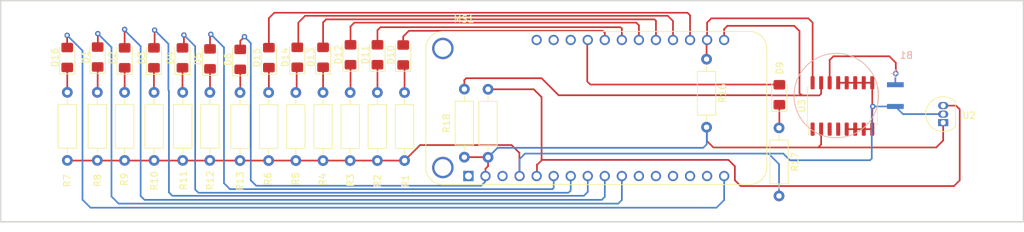
<source format=kicad_pcb>
(kicad_pcb (version 20221018) (generator pcbnew)
  (layers (0 "F.Cu" signal) (31 "B.Cu" signal) (34 "B.Paste" user) (35 "F.Paste" user) (36 "B.SilkS" user "B.Silkscreen") (37 "F.SilkS" user "F.Silkscreen") (38 "B.Mask" user) (39 "F.Mask" user) (44 "Edge.Cuts" user))
  (net 0 "")
  (net 1 "Net-(D1-K)")
  (net 2 "Net-(D1-A)")
  (net 3 "Net-(D2-K)")
  (net 4 "Net-(D2-A)")
  (net 5 "Net-(D3-K)")
  (net 6 "Net-(D3-A)")
  (net 7 "Net-(D4-K)")
  (net 8 "Net-(D4-A)")
  (net 9 "Net-(D5-K)")
  (net 10 "Net-(D5-A)")
  (net 11 "Net-(D6-K)")
  (net 12 "Net-(D6-A)")
  (net 13 "Net-(D9-K)")
  (net 14 "Net-(D9-A)")
  (net 15 "Net-(D10-K)")
  (net 16 "Net-(D10-A)")
  (net 17 "Net-(D11-K)")
  (net 18 "Net-(D11-A)")
  (net 19 "Net-(D12-K)")
  (net 20 "Net-(D12-A)")
  (net 21 "Net-(D13-K)")
  (net 22 "Net-(D13-A)")
  (net 23 "Net-(D14-K)")
  (net 24 "Net-(D14-A)")
  (net 25 "Net-(D15-K)")
  (net 26 "Net-(D15-A)")
  (net 27 "Net-(D16-K)")
  (net 28 "Net-(D16-A)")
  (net 31 "Net-(MS1-A0)")
  (net 37 "Net-(MS1-SDA)")
  (net 38 "Net-(MS1-SCL)")
  (net 44 "Net-(U3-VBAT)")
  (net 46 "Net-(MS1-GND)")
  (footprint "Resistor_THT:R_Axial_DIN0207_L6.3mm_D2.5mm_P10.16mm_Horizontal" (layer "F.Cu") (at 130.0288 83.566 -90)
    (fp_text reference "R1" (at 13.208 -0.1208 90) (layer "F.SilkS"))
    (fp_text value "330R")
    (pad "1" thru_hole circle (at 0 0 270) (size 1.6 1.6) (drill 0.8) (layers "*.Cu" "*.Mask") (net 15 "Net-(D10-K)"))
    (pad "2" thru_hole oval (at 10.16 0 270) (size 1.6 1.6) (drill 0.8) (layers "*.Cu" "*.Mask") (net 46 "Net-(MS1-GND)"))
  )
  (footprint "LED_SMD:LED_1206_3216Metric_Pad1.42x1.75mm_HandSolder" (layer "F.Cu") (at 79.7674 78.3336 90)
    (fp_text reference "D16" (at 0 -1.82 90) (layer "F.SilkS"))
    (fp_text value "LED_Small")
    (pad "1" smd roundrect (at -1.4875 0 90) (size 1.425 1.75) (layers "F.Cu" "F.Paste" "F.Mask") (roundrect_rratio 0.1754392982) (net 27 "Net-(D16-K)"))
    (pad "2" smd roundrect (at 1.4875 0 90) (size 1.425 1.75) (layers "F.Cu" "F.Paste" "F.Mask") (roundrect_rratio 0.1754392982) (net 28 "Net-(D16-A)"))
  )
  (footprint "Resistor_THT:R_Axial_DIN0207_L6.3mm_D2.5mm_P10.16mm_Horizontal" (layer "F.Cu") (at 142.4686 93.2434 90)
    (fp_text reference "R14" hide)
    (fp_text value "10K")
    (pad "1" thru_hole circle (at 0 0 90) (size 1.6 1.6) (drill 0.8) (layers "*.Cu" "*.Mask") (net 12 "Net-(D6-A)"))
    (pad "2" thru_hole oval (at 10.16 0 90) (size 1.6 1.6) (drill 0.8) (layers "*.Cu" "*.Mask") (net 31 "Net-(MS1-A0)"))
  )
  (footprint "LED_SMD:LED_1206_3216Metric_Pad1.42x1.75mm_HandSolder" (layer "F.Cu") (at 92.6882 78.3844 90)
    (fp_text reference "D3" (at 0 -1.82 90) (layer "F.SilkS"))
    (fp_text value "LED_Small")
    (pad "1" smd roundrect (at -1.4875 0 90) (size 1.425 1.75) (layers "F.Cu" "F.Paste" "F.Mask") (roundrect_rratio 0.1754392982) (net 5 "Net-(D3-K)"))
    (pad "2" smd roundrect (at 1.4875 0 90) (size 1.425 1.75) (layers "F.Cu" "F.Paste" "F.Mask") (roundrect_rratio 0.1754392982) (net 6 "Net-(D3-A)"))
  )
  (footprint "Resistor_THT:R_Axial_DIN0207_L6.3mm_D2.5mm_P10.16mm_Horizontal" (layer "F.Cu") (at 109.7788 83.566 -90)
    (fp_text reference "R6" (at 12.8778 0.1016 90) (layer "F.SilkS"))
    (fp_text value "330R")
    (pad "1" thru_hole circle (at 0 0 270) (size 1.6 1.6) (drill 0.8) (layers "*.Cu" "*.Mask") (net 25 "Net-(D15-K)"))
    (pad "2" thru_hole oval (at 10.16 0 270) (size 1.6 1.6) (drill 0.8) (layers "*.Cu" "*.Mask") (net 46 "Net-(MS1-GND)"))
  )
  (footprint "Resistor_THT:R_Axial_DIN0207_L6.3mm_D2.5mm_P10.16mm_Horizontal" (layer "F.Cu") (at 138.938 83.058 -90)
    (fp_text reference "R18" (at 5.1054 2.667 90) (layer "F.SilkS"))
    (fp_text value "10k")
    (pad "1" thru_hole circle (at 0 0 270) (size 1.6 1.6) (drill 0.8) (layers "*.Cu" "*.Mask") (net 37 "Net-(MS1-SDA)"))
    (pad "2" thru_hole oval (at 10.16 0 270) (size 1.6 1.6) (drill 0.8) (layers "*.Cu" "*.Mask") (net 12 "Net-(D6-A)"))
  )
  (footprint "LED_SMD:LED_1206_3216Metric_Pad1.42x1.75mm_HandSolder" (layer "F.Cu") (at 88.3246 78.3844 90)
    (fp_text reference "D2" (at 0 -1.82 90) (layer "F.SilkS"))
    (fp_text value "LED_Small")
    (pad "1" smd roundrect (at -1.4875 0 90) (size 1.425 1.75) (layers "F.Cu" "F.Paste" "F.Mask") (roundrect_rratio 0.1754392982) (net 3 "Net-(D2-K)"))
    (pad "2" smd roundrect (at 1.4875 0 90) (size 1.425 1.75) (layers "F.Cu" "F.Paste" "F.Mask") (roundrect_rratio 0.1754392982) (net 4 "Net-(D2-A)"))
  )
  (footprint "Resistor_THT:R_Axial_DIN0207_L6.3mm_D2.5mm_P10.16mm_Horizontal" (layer "F.Cu") (at 92.71 83.5406 -90)
    (fp_text reference "R10" (at 13.208 -0.0254 90) (layer "F.SilkS"))
    (fp_text value "330R")
    (pad "1" thru_hole circle (at 0 0 270) (size 1.6 1.6) (drill 0.8) (layers "*.Cu" "*.Mask") (net 5 "Net-(D3-K)"))
    (pad "2" thru_hole oval (at 10.16 0 270) (size 1.6 1.6) (drill 0.8) (layers "*.Cu" "*.Mask") (net 46 "Net-(MS1-GND)"))
  )
  (footprint "Package_TO_SOT_THT:TO-92_Inline" (layer "F.Cu") (at 210.2866 88.0618 90)
    (fp_text reference "U2" (at 1.0668 3.8608 180) (layer "F.SilkS"))
    (fp_text value "DRV5033AJxLPG")
    (pad "1" thru_hole rect (at 0 0 90) (size 1.05 1.5) (drill 0.75) (layers "*.Cu" "*.Mask") (net 12 "Net-(D6-A)"))
    (pad "2" thru_hole oval (at 1.27 0 90) (size 1.05 1.5) (drill 0.75) (layers "*.Cu" "*.Mask") (net 46 "Net-(MS1-GND)"))
    (pad "3" thru_hole oval (at 2.54 0 90) (size 1.05 1.5) (drill 0.75) (layers "*.Cu" "*.Mask") (net 31 "Net-(MS1-A0)"))
  )
  (footprint "LED_SMD:LED_1206_3216Metric_Pad1.42x1.75mm_HandSolder" (layer "F.Cu") (at 125.9928 77.9272 90)
    (fp_text reference "D11" (at 0 -1.82 90) (layer "F.SilkS"))
    (fp_text value "LED_Small")
    (pad "1" smd roundrect (at -1.4875 0 90) (size 1.425 1.75) (layers "F.Cu" "F.Paste" "F.Mask") (roundrect_rratio 0.1754392982) (net 17 "Net-(D11-K)"))
    (pad "2" smd roundrect (at 1.4875 0 90) (size 1.425 1.75) (layers "F.Cu" "F.Paste" "F.Mask") (roundrect_rratio 0.1754392982) (net 18 "Net-(D11-A)"))
  )
  (footprint "LED_SMD:LED_1206_3216Metric_Pad1.42x1.75mm_HandSolder" (layer "F.Cu") (at 109.813 78.359 90)
    (fp_text reference "D15" (at 0 -1.82 90) (layer "F.SilkS"))
    (fp_text value "LED_Small")
    (pad "1" smd roundrect (at -1.4875 0 90) (size 1.425 1.75) (layers "F.Cu" "F.Paste" "F.Mask") (roundrect_rratio 0.1754392982) (net 25 "Net-(D15-K)"))
    (pad "2" smd roundrect (at 1.4875 0 90) (size 1.425 1.75) (layers "F.Cu" "F.Paste" "F.Mask") (roundrect_rratio 0.1754392982) (net 26 "Net-(D15-A)"))
  )
  (footprint "LED_SMD:LED_1206_3216Metric_Pad1.42x1.75mm_HandSolder" (layer "F.Cu") (at 114.046 78.3082 90)
    (fp_text reference "D14" (at 0 -1.82 90) (layer "F.SilkS"))
    (fp_text value "LED_Small")
    (pad "1" smd roundrect (at -1.4875 0 90) (size 1.425 1.75) (layers "F.Cu" "F.Paste" "F.Mask") (roundrect_rratio 0.1754392982) (net 23 "Net-(D14-K)"))
    (pad "2" smd roundrect (at 1.4875 0 90) (size 1.425 1.75) (layers "F.Cu" "F.Paste" "F.Mask") (roundrect_rratio 0.1754392982) (net 24 "Net-(D14-A)"))
  )
  (footprint "LED_SMD:LED_1206_3216Metric_Pad1.42x1.75mm_HandSolder" (layer "F.Cu") (at 117.8902 78.3082 90)
    (fp_text reference "D13" (at 0 -1.82 90) (layer "F.SilkS"))
    (fp_text value "LED_Small")
    (pad "1" smd roundrect (at -1.4875 0 90) (size 1.425 1.75) (layers "F.Cu" "F.Paste" "F.Mask") (roundrect_rratio 0.1754392982) (net 21 "Net-(D13-K)"))
    (pad "2" smd roundrect (at 1.4875 0 90) (size 1.425 1.75) (layers "F.Cu" "F.Paste" "F.Mask") (roundrect_rratio 0.1754392982) (net 22 "Net-(D13-A)"))
  )
  (footprint "LED_SMD:LED_1206_3216Metric_Pad1.42x1.75mm_HandSolder" (layer "F.Cu") (at 84.3 78.2574 90)
    (fp_text reference "D1" (at 0 -1.82 90) (layer "F.SilkS"))
    (fp_text value "LED_Small")
    (pad "1" smd roundrect (at -1.4875 0 90) (size 1.425 1.75) (layers "F.Cu" "F.Paste" "F.Mask") (roundrect_rratio 0.1754392982) (net 1 "Net-(D1-K)"))
    (pad "2" smd roundrect (at 1.4875 0 90) (size 1.425 1.75) (layers "F.Cu" "F.Paste" "F.Mask") (roundrect_rratio 0.1754392982) (net 2 "Net-(D1-A)"))
  )
  (footprint "Resistor_THT:R_Axial_DIN0207_L6.3mm_D2.5mm_P10.16mm_Horizontal" (layer "F.Cu") (at 113.8288 83.566 -90)
    (fp_text reference "R5" (at 12.8778 0.0114 90) (layer "F.SilkS"))
    (fp_text value "330R")
    (pad "1" thru_hole circle (at 0 0 270) (size 1.6 1.6) (drill 0.8) (layers "*.Cu" "*.Mask") (net 23 "Net-(D14-K)"))
    (pad "2" thru_hole oval (at 10.16 0 270) (size 1.6 1.6) (drill 0.8) (layers "*.Cu" "*.Mask") (net 46 "Net-(MS1-GND)"))
  )
  (footprint "Resistor_THT:R_Axial_DIN0207_L6.3mm_D2.5mm_P10.16mm_Horizontal" (layer "F.Cu") (at 84.2518 83.5406 -90)
    (fp_text reference "R8" (at 13.1572 -0.0254 90) (layer "F.SilkS"))
    (fp_text value "330R")
    (pad "1" thru_hole circle (at 0 0 270) (size 1.6 1.6) (drill 0.8) (layers "*.Cu" "*.Mask") (net 1 "Net-(D1-K)"))
    (pad "2" thru_hole oval (at 10.16 0 270) (size 1.6 1.6) (drill 0.8) (layers "*.Cu" "*.Mask") (net 46 "Net-(MS1-GND)"))
  )
  (footprint "LED_SMD:LED_1206_3216Metric_Pad1.42x1.75mm_HandSolder" (layer "F.Cu") (at 96.9414 78.3844 90)
    (fp_text reference "D4" (at 0 -1.82 90) (layer "F.SilkS"))
    (fp_text value "LED_Small")
    (pad "1" smd roundrect (at -1.4875 0 90) (size 1.425 1.75) (layers "F.Cu" "F.Paste" "F.Mask") (roundrect_rratio 0.1754392982) (net 7 "Net-(D4-K)"))
    (pad "2" smd roundrect (at 1.4875 0 90) (size 1.425 1.75) (layers "F.Cu" "F.Paste" "F.Mask") (roundrect_rratio 0.1754392982) (net 8 "Net-(D4-A)"))
  )
  (footprint "Resistor_THT:R_Axial_DIN0207_L6.3mm_D2.5mm_P10.16mm_Horizontal" (layer "F.Cu") (at 79.7814 83.5406 -90)
    (fp_text reference "R7" (at 13.208 0.0254 90) (layer "F.SilkS"))
    (fp_text value "330R")
    (pad "1" thru_hole circle (at 0 0 270) (size 1.6 1.6) (drill 0.8) (layers "*.Cu" "*.Mask") (net 27 "Net-(D16-K)"))
    (pad "2" thru_hole oval (at 10.16 0 270) (size 1.6 1.6) (drill 0.8) (layers "*.Cu" "*.Mask") (net 46 "Net-(MS1-GND)"))
  )
  (footprint "Resistor_THT:R_Axial_DIN0207_L6.3mm_D2.5mm_P10.16mm_Horizontal" (layer "F.Cu") (at 185.8264 88.8492 -90)
    (fp_text reference "R17" (at 5.08 -2.37 90) (layer "F.SilkS"))
    (fp_text value "330R")
    (pad "1" thru_hole circle (at 0 0 270) (size 1.6 1.6) (drill 0.8) (layers "*.Cu" "*.Mask") (net 13 "Net-(D9-K)"))
    (pad "2" thru_hole oval (at 10.16 0 270) (size 1.6 1.6) (drill 0.8) (layers "*.Cu" "*.Mask") (net 46 "Net-(MS1-GND)"))
  )
  (footprint "Resistor_THT:R_Axial_DIN0207_L6.3mm_D2.5mm_P10.16mm_Horizontal" (layer "F.Cu") (at 101.0158 83.5406 -90)
    (fp_text reference "R12" (at 13.1572 -0.0508 90) (layer "F.SilkS"))
    (fp_text value "330R")
    (pad "1" thru_hole circle (at 0 0 270) (size 1.6 1.6) (drill 0.8) (layers "*.Cu" "*.Mask") (net 9 "Net-(D5-K)"))
    (pad "2" thru_hole oval (at 10.16 0 270) (size 1.6 1.6) (drill 0.8) (layers "*.Cu" "*.Mask") (net 46 "Net-(MS1-GND)"))
  )
  (footprint "Resistor_THT:R_Axial_DIN0207_L6.3mm_D2.5mm_P10.16mm_Horizontal" (layer "F.Cu") (at 105.5116 83.566 -90)
    (fp_text reference "R13" (at 13.2334 0 90) (layer "F.SilkS"))
    (fp_text value "2K2")
    (pad "1" thru_hole circle (at 0 0 270) (size 1.6 1.6) (drill 0.8) (layers "*.Cu" "*.Mask") (net 11 "Net-(D6-K)"))
    (pad "2" thru_hole oval (at 10.16 0 270) (size 1.6 1.6) (drill 0.8) (layers "*.Cu" "*.Mask") (net 46 "Net-(MS1-GND)"))
  )
  (footprint "LED_SMD:LED_1206_3216Metric_Pad1.42x1.75mm_HandSolder" (layer "F.Cu") (at 129.8282 77.9526 90)
    (fp_text reference "D10" (at 0 -1.82 90) (layer "F.SilkS"))
    (fp_text value "LED_Small")
    (pad "1" smd roundrect (at -1.4875 0 90) (size 1.425 1.75) (layers "F.Cu" "F.Paste" "F.Mask") (roundrect_rratio 0.1754392982) (net 15 "Net-(D10-K)"))
    (pad "2" smd roundrect (at 1.4875 0 90) (size 1.425 1.75) (layers "F.Cu" "F.Paste" "F.Mask") (roundrect_rratio 0.1754392982) (net 16 "Net-(D10-A)"))
  )
  (footprint "Package_SO:SO-16_5.3x10.2mm_P1.27mm" (layer "F.Cu") (at 195.2752 85.5726 90)
    (fp_text reference "U3" (at 0 -6.05 90) (layer "F.SilkS"))
    (fp_text value "DS3231")
    (pad "1" smd roundrect (at -3.4625 -4.445 90) (size 1.975 0.6) (layers "F.Cu" "F.Paste" "F.Mask"))
    (pad "2" smd roundrect (at -3.4625 -3.175 90) (size 1.975 0.6) (layers "F.Cu" "F.Paste" "F.Mask") (net 12 "Net-(D6-A)"))
    (pad "3" smd roundrect (at -3.4625 -1.905 90) (size 1.975 0.6) (layers "F.Cu" "F.Paste" "F.Mask"))
    (pad "4" smd roundrect (at -3.4625 -0.635 90) (size 1.975 0.6) (layers "F.Cu" "F.Paste" "F.Mask"))
    (pad "5" smd roundrect (at -3.4625 0.635 90) (size 1.975 0.6) (layers "F.Cu" "F.Paste" "F.Mask") (net 46 "Net-(MS1-GND)"))
    (pad "6" smd roundrect (at -3.4625 1.905 90) (size 1.975 0.6) (layers "F.Cu" "F.Paste" "F.Mask") (net 46 "Net-(MS1-GND)"))
    (pad "7" smd roundrect (at -3.4625 3.175 90) (size 1.975 0.6) (layers "F.Cu" "F.Paste" "F.Mask") (net 46 "Net-(MS1-GND)"))
    (pad "8" smd roundrect (at -3.4625 4.445 90) (size 1.975 0.6) (layers "F.Cu" "F.Paste" "F.Mask") (net 46 "Net-(MS1-GND)"))
    (pad "9" smd roundrect (at 3.4625 4.445 90) (size 1.975 0.6) (layers "F.Cu" "F.Paste" "F.Mask") (net 46 "Net-(MS1-GND)"))
    (pad "10" smd roundrect (at 3.4625 3.175 90) (size 1.975 0.6) (layers "F.Cu" "F.Paste" "F.Mask") (net 46 "Net-(MS1-GND)"))
    (pad "11" smd roundrect (at 3.4625 1.905 90) (size 1.975 0.6) (layers "F.Cu" "F.Paste" "F.Mask") (net 46 "Net-(MS1-GND)"))
    (pad "12" smd roundrect (at 3.4625 0.635 90) (size 1.975 0.6) (layers "F.Cu" "F.Paste" "F.Mask") (net 46 "Net-(MS1-GND)"))
    (pad "13" smd roundrect (at 3.4625 -0.635 90) (size 1.975 0.6) (layers "F.Cu" "F.Paste" "F.Mask") (net 46 "Net-(MS1-GND)"))
    (pad "14" smd roundrect (at 3.4625 -1.905 90) (size 1.975 0.6) (layers "F.Cu" "F.Paste" "F.Mask") (net 44 "Net-(U3-VBAT)"))
    (pad "15" smd roundrect (at 3.4625 -3.175 90) (size 1.975 0.6) (layers "F.Cu" "F.Paste" "F.Mask") (net 37 "Net-(MS1-SDA)"))
    (pad "16" smd roundrect (at 3.4625 -4.445 90) (size 1.975 0.6) (layers "F.Cu" "F.Paste" "F.Mask") (net 38 "Net-(MS1-SCL)"))
  )
  (footprint "AndriaSalas_LobsterHeartBeat:MODULE_FEATHER_M0_BASIC_PROTO" (layer "F.Cu") (at 158.5976 85.8774)
    (fp_text reference "MS1" (at -19.725 -13.275) (layer "F.SilkS"))
    (fp_text value "FEATHERWING")
    (pad "" np_thru_hole circle (at 22.86 -8.89) (size 2.54 2.54) (drill 2.54) (layers "*.Cu" "*.Mask"))
    (pad "" np_thru_hole circle (at 22.86 8.89) (size 2.54 2.54) (drill 2.54) (layers "*.Cu" "*.Mask"))
    (pad "1" thru_hole rect (at -19.05 10.16) (size 1.53 1.53) (drill 1.02) (layers "*.Cu" "*.Mask"))
    (pad "2" thru_hole circle (at -16.51 10.16) (size 1.53 1.53) (drill 1.02) (layers "*.Cu" "*.Mask") (net 12 "Net-(D6-A)"))
    (pad "3" thru_hole circle (at -13.97 10.16) (size 1.53 1.53) (drill 1.02) (layers "*.Cu" "*.Mask"))
    (pad "4" thru_hole circle (at -11.43 10.16) (size 1.53 1.53) (drill 1.02) (layers "*.Cu" "*.Mask") (net 46 "Net-(MS1-GND)"))
    (pad "5" thru_hole circle (at -8.89 10.16) (size 1.53 1.53) (drill 1.02) (layers "*.Cu" "*.Mask") (net 31 "Net-(MS1-A0)"))
    (pad "6" thru_hole circle (at -6.35 10.16) (size 1.53 1.53) (drill 1.02) (layers "*.Cu" "*.Mask") (net 10 "Net-(D5-A)"))
    (pad "7" thru_hole circle (at -3.81 10.16) (size 1.53 1.53) (drill 1.02) (layers "*.Cu" "*.Mask") (net 8 "Net-(D4-A)"))
    (pad "8" thru_hole circle (at -1.27 10.16) (size 1.53 1.53) (drill 1.02) (layers "*.Cu" "*.Mask") (net 6 "Net-(D3-A)"))
    (pad "9" thru_hole circle (at 1.27 10.16) (size 1.53 1.53) (drill 1.02) (layers "*.Cu" "*.Mask") (net 4 "Net-(D2-A)"))
    (pad "10" thru_hole circle (at 3.81 10.16) (size 1.53 1.53) (drill 1.02) (layers "*.Cu" "*.Mask") (net 2 "Net-(D1-A)"))
    (pad "11" thru_hole circle (at 6.35 10.16) (size 1.53 1.53) (drill 1.02) (layers "*.Cu" "*.Mask"))
    (pad "12" thru_hole circle (at 8.89 10.16) (size 1.53 1.53) (drill 1.02) (layers "*.Cu" "*.Mask"))
    (pad "13" thru_hole circle (at 11.43 10.16) (size 1.53 1.53) (drill 1.02) (layers "*.Cu" "*.Mask"))
    (pad "14" thru_hole circle (at 13.97 10.16) (size 1.53 1.53) (drill 1.02) (layers "*.Cu" "*.Mask"))
    (pad "15" thru_hole circle (at 16.51 10.16) (size 1.53 1.53) (drill 1.02) (layers "*.Cu" "*.Mask"))
    (pad "16" thru_hole circle (at 19.05 10.16) (size 1.53 1.53) (drill 1.02) (layers "*.Cu" "*.Mask") (net 28 "Net-(D16-A)"))
    (pad "17" thru_hole circle (at 19.05 -10.16) (size 1.53 1.53) (drill 1.02) (layers "*.Cu" "*.Mask") (net 37 "Net-(MS1-SDA)"))
    (pad "18" thru_hole circle (at 16.51 -10.16) (size 1.53 1.53) (drill 1.02) (layers "*.Cu" "*.Mask") (net 38 "Net-(MS1-SCL)"))
    (pad "19" thru_hole circle (at 13.97 -10.16) (size 1.53 1.53) (drill 1.02) (layers "*.Cu" "*.Mask") (net 26 "Net-(D15-A)"))
    (pad "20" thru_hole circle (at 11.43 -10.16) (size 1.53 1.53) (drill 1.02) (layers "*.Cu" "*.Mask") (net 24 "Net-(D14-A)"))
    (pad "21" thru_hole circle (at 8.89 -10.16) (size 1.53 1.53) (drill 1.02) (layers "*.Cu" "*.Mask") (net 22 "Net-(D13-A)"))
    (pad "22" thru_hole circle (at 6.35 -10.16) (size 1.53 1.53) (drill 1.02) (layers "*.Cu" "*.Mask") (net 20 "Net-(D12-A)"))
    (pad "23" thru_hole circle (at 3.81 -10.16) (size 1.53 1.53) (drill 1.02) (layers "*.Cu" "*.Mask") (net 18 "Net-(D11-A)"))
    (pad "24" thru_hole circle (at 1.27 -10.16) (size 1.53 1.53) (drill 1.02) (layers "*.Cu" "*.Mask") (net 16 "Net-(D10-A)"))
    (pad "25" thru_hole circle (at -1.27 -10.16) (size 1.53 1.53) (drill 1.02) (layers "*.Cu" "*.Mask") (net 14 "Net-(D9-A)"))
    (pad "26" thru_hole circle (at -3.81 -10.16) (size 1.53 1.53) (drill 1.02) (layers "*.Cu" "*.Mask"))
    (pad "27" thru_hole circle (at -6.35 -10.16) (size 1.53 1.53) (drill 1.02) (layers "*.Cu" "*.Mask"))
    (pad "28" thru_hole circle (at -8.89 -10.16) (size 1.53 1.53) (drill 1.02) (layers "*.Cu" "*.Mask"))
    (pad "P$1" thru_hole circle (at -22.86 -8.89) (size 3.2 3.2) (drill 2.5) (layers "*.Cu" "*.Mask"))
    (pad "P$2" thru_hole circle (at -22.86 8.89) (size 3.2 3.2) (drill 2.5) (layers "*.Cu" "*.Mask"))
  )
  (footprint "Resistor_THT:R_Axial_DIN0207_L6.3mm_D2.5mm_P10.16mm_Horizontal" (layer "F.Cu") (at 96.9772 83.5406 -90)
    (fp_text reference "R11" (at 13.1318 -0.1016 90) (layer "F.SilkS"))
    (fp_text value "330R")
    (pad "1" thru_hole circle (at 0 0 270) (size 1.6 1.6) (drill 0.8) (layers "*.Cu" "*.Mask") (net 7 "Net-(D4-K)"))
    (pad "2" thru_hole oval (at 10.16 0 270) (size 1.6 1.6) (drill 0.8) (layers "*.Cu" "*.Mask") (net 46 "Net-(MS1-GND)"))
  )
  (footprint "LED_SMD:LED_1206_3216Metric_Pad1.42x1.75mm_HandSolder" (layer "F.Cu") (at 105.5494 78.613 90)
    (fp_text reference "D6" (at 0 -1.82 90) (layer "F.SilkS"))
    (fp_text value "BLUE")
    (pad "1" smd roundrect (at -1.4875 0 90) (size 1.425 1.75) (layers "F.Cu" "F.Paste" "F.Mask") (roundrect_rratio 0.1754392982) (net 11 "Net-(D6-K)"))
    (pad "2" smd roundrect (at 1.4875 0 90) (size 1.425 1.75) (layers "F.Cu" "F.Paste" "F.Mask") (roundrect_rratio 0.1754392982) (net 12 "Net-(D6-A)"))
  )
  (footprint "Resistor_THT:R_Axial_DIN0207_L6.3mm_D2.5mm_P10.16mm_Horizontal" (layer "F.Cu") (at 117.8788 83.566 -90)
    (fp_text reference "R4" (at 12.9794 0.0482 90) (layer "F.SilkS"))
    (fp_text value "330R")
    (pad "1" thru_hole circle (at 0 0 270) (size 1.6 1.6) (drill 0.8) (layers "*.Cu" "*.Mask") (net 21 "Net-(D13-K)"))
    (pad "2" thru_hole oval (at 10.16 0 270) (size 1.6 1.6) (drill 0.8) (layers "*.Cu" "*.Mask") (net 46 "Net-(MS1-GND)"))
  )
  (footprint "LED_SMD:LED_1206_3216Metric_Pad1.42x1.75mm_HandSolder" (layer "F.Cu") (at 185.8772 83.8962 90)
    (fp_text reference "D9" (at 3.9878 0.0508 90) (layer "F.SilkS"))
    (fp_text value "LED_Small")
    (pad "1" smd roundrect (at -1.4875 0 90) (size 1.425 1.75) (layers "F.Cu" "F.Paste" "F.Mask") (roundrect_rratio 0.1754392982) (net 13 "Net-(D9-K)"))
    (pad "2" smd roundrect (at 1.4875 0 90) (size 1.425 1.75) (layers "F.Cu" "F.Paste" "F.Mask") (roundrect_rratio 0.1754392982) (net 14 "Net-(D9-A)"))
  )
  (footprint "LED_SMD:LED_1206_3216Metric_Pad1.42x1.75mm_HandSolder" (layer "F.Cu") (at 101.0422 78.5368 90)
    (fp_text reference "D5" (at 0 -1.82 90) (layer "F.SilkS"))
    (fp_text value "GREEN")
    (pad "1" smd roundrect (at -1.4875 0 90) (size 1.425 1.75) (layers "F.Cu" "F.Paste" "F.Mask") (roundrect_rratio 0.1754392982) (net 9 "Net-(D5-K)"))
    (pad "2" smd roundrect (at 1.4875 0 90) (size 1.425 1.75) (layers "F.Cu" "F.Paste" "F.Mask") (roundrect_rratio 0.1754392982) (net 10 "Net-(D5-A)"))
  )
  (footprint "Resistor_THT:R_Axial_DIN0207_L6.3mm_D2.5mm_P10.16mm_Horizontal" (layer "F.Cu") (at 121.9288 83.566 -90)
    (fp_text reference "R3" (at 13.1064 -0.042 90) (layer "F.SilkS"))
    (fp_text value "330R")
    (pad "1" thru_hole circle (at 0 0 270) (size 1.6 1.6) (drill 0.8) (layers "*.Cu" "*.Mask") (net 19 "Net-(D12-K)"))
    (pad "2" thru_hole oval (at 10.16 0 270) (size 1.6 1.6) (drill 0.8) (layers "*.Cu" "*.Mask") (net 46 "Net-(MS1-GND)"))
  )
  (footprint "Resistor_THT:R_Axial_DIN0207_L6.3mm_D2.5mm_P10.16mm_Horizontal" (layer "F.Cu") (at 125.9788 83.566 -90)
    (fp_text reference "R2" (at 13.208 -0.0306 90) (layer "F.SilkS"))
    (fp_text value "330R")
    (pad "1" thru_hole circle (at 0 0 270) (size 1.6 1.6) (drill 0.8) (layers "*.Cu" "*.Mask") (net 17 "Net-(D11-K)"))
    (pad "2" thru_hole oval (at 10.16 0 270) (size 1.6 1.6) (drill 0.8) (layers "*.Cu" "*.Mask") (net 46 "Net-(MS1-GND)"))
  )
  (footprint "LED_SMD:LED_1206_3216Metric_Pad1.42x1.75mm_HandSolder" (layer "F.Cu") (at 121.9796 77.9272 90)
    (fp_text reference "D12" (at 0 -1.82 90) (layer "F.SilkS"))
    (fp_text value "LED_Small")
    (pad "1" smd roundrect (at -1.4875 0 90) (size 1.425 1.75) (layers "F.Cu" "F.Paste" "F.Mask") (roundrect_rratio 0.1754392982) (net 19 "Net-(D12-K)"))
    (pad "2" smd roundrect (at 1.4875 0 90) (size 1.425 1.75) (layers "F.Cu" "F.Paste" "F.Mask") (roundrect_rratio 0.1754392982) (net 20 "Net-(D12-A)"))
  )
  (footprint "Resistor_THT:R_Axial_DIN0207_L6.3mm_D2.5mm_P10.16mm_Horizontal" (layer "F.Cu") (at 88.3158 83.5406 -90)
    (fp_text reference "R9" (at 13.0048 0.0508 90) (layer "F.SilkS"))
    (fp_text value "330R")
    (pad "1" thru_hole circle (at 0 0 270) (size 1.6 1.6) (drill 0.8) (layers "*.Cu" "*.Mask") (net 3 "Net-(D2-K)"))
    (pad "2" thru_hole oval (at 10.16 0 270) (size 1.6 1.6) (drill 0.8) (layers "*.Cu" "*.Mask") (net 46 "Net-(MS1-GND)"))
  )
  (footprint "Resistor_THT:R_Axial_DIN0207_L6.3mm_D2.5mm_P10.16mm_Horizontal" (layer "F.Cu") (at 175.0314 78.5876 -90)
    (fp_text reference "R16" (at 5.08 -2.37 -270) (layer "F.SilkS"))
    (fp_text value "10k")
    (pad "1" thru_hole circle (at 0 0 270) (size 1.6 1.6) (drill 0.8) (layers "*.Cu" "*.Mask") (net 38 "Net-(MS1-SCL)"))
    (pad "2" thru_hole oval (at 10.16 0 270) (size 1.6 1.6) (drill 0.8) (layers "*.Cu" "*.Mask") (net 12 "Net-(D6-A)"))
  )
  (footprint "Adafruit:BAT_CR-1220_FCN" (layer "B.Cu") (at 194.3608 84.0232)
    (fp_text reference "B1" (at 10.4394 -6.0198) (layer "B.SilkS") (effects (justify mirror)))
    (fp_text value "BATTERYCR1220_SMT")
    (pad "+" smd rect (at 8.8 -1.625) (size 2.5 0.75) (layers "B.Cu" "B.Paste" "B.Mask") (net 44 "Net-(U3-VBAT)"))
    (pad "-" smd rect (at 8.8 1.625) (size 2.5 0.75) (layers "B.Cu" "B.Paste" "B.Mask") (net 46 "Net-(MS1-GND)"))
  )
  (gr_rect (start 69.85 69.85) (end 222.25 102.87) (stroke (width 0.2)) (fill none) (layer "Edge.Cuts"))
  (segment (start 84.3 79.7449) (end 84.3 83.4924) (width 0.25) (layer "F.Cu") (net 1))
  (segment (start 84.328 74.7776) (end 84.328 76.7419) (width 0.25) (layer "F.Cu") (net 2))
  (via (at 84.328 74.7776) (size 0.8) (drill 0.4) (layers "F.Cu" "B.Cu") (net 2))
  (segment (start 86.36 76.8096) (end 84.328 74.7776) (width 0.25) (layer "B.Cu") (net 2))
  (segment (start 87.4268 100.1522) (end 86.36 99.0854) (width 0.25) (layer "B.Cu") (net 2))
  (segment (start 86.36 99.0854) (end 86.36 76.8096) (width 0.25) (layer "B.Cu") (net 2))
  (segment (start 162.4076 96.0374) (end 162.4076 99.6188) (width 0.25) (layer "B.Cu") (net 2))
  (segment (start 162.4076 99.6188) (end 161.8742 100.1522) (width 0.25) (layer "B.Cu") (net 2))
  (segment (start 161.8742 100.1522) (end 87.4268 100.1522) (width 0.25) (layer "B.Cu") (net 2))
  (segment (start 88.3246 79.8719) (end 88.3246 83.5318) (width 0.25) (layer "F.Cu") (net 3))
  (segment (start 88.3158 74.1426) (end 88.3158 76.8881) (width 0.25) (layer "F.Cu") (net 4))
  (via (at 88.3158 74.1426) (size 0.8) (drill 0.4) (layers "F.Cu" "B.Cu") (net 4))
  (segment (start 90.7034 99.0092) (end 91.2876 99.5934) (width 0.25) (layer "B.Cu") (net 4))
  (segment (start 159.4104 99.5934) (end 159.8676 99.1362) (width 0.25) (layer "B.Cu") (net 4))
  (segment (start 88.3158 74.2696) (end 90.7034 76.6572) (width 0.25) (layer "B.Cu") (net 4))
  (segment (start 159.8676 99.1362) (end 159.8676 96.0374) (width 0.25) (layer "B.Cu") (net 4))
  (segment (start 91.2876 99.5934) (end 159.4104 99.5934) (width 0.25) (layer "B.Cu") (net 4))
  (segment (start 90.7034 76.6572) (end 90.7034 99.0092) (width 0.25) (layer "B.Cu") (net 4))
  (segment (start 88.3158 74.1426) (end 88.3158 74.2696) (width 0.25) (layer "B.Cu") (net 4))
  (segment (start 92.6882 79.8719) (end 92.6882 83.5188) (width 0.25) (layer "F.Cu") (net 5))
  (segment (start 92.7862 74.2442) (end 92.7862 76.7989) (width 0.25) (layer "F.Cu") (net 6))
  (via (at 92.7862 74.2442) (size 0.8) (drill 0.4) (layers "F.Cu" "B.Cu") (net 6))
  (segment (start 94.9198 98.4758) (end 95.4278 98.9838) (width 0.25) (layer "B.Cu") (net 6))
  (segment (start 92.7862 74.2442) (end 94.8436 76.3016) (width 0.25) (layer "B.Cu") (net 6))
  (segment (start 94.8436 76.3016) (end 94.8436 83.185) (width 0.25) (layer "B.Cu") (net 6))
  (segment (start 157.3276 98.3996) (end 157.3276 96.0374) (width 0.25) (layer "B.Cu") (net 6))
  (segment (start 156.7434 98.9838) (end 157.3276 98.3996) (width 0.25) (layer "B.Cu") (net 6))
  (segment (start 94.8436 83.185) (end 94.9198 83.2612) (width 0.25) (layer "B.Cu") (net 6))
  (segment (start 94.9198 83.2612) (end 94.9198 98.4758) (width 0.25) (layer "B.Cu") (net 6))
  (segment (start 95.4278 98.9838) (end 156.7434 98.9838) (width 0.25) (layer "B.Cu") (net 6))
  (segment (start 96.9414 79.8719) (end 96.9414 83.5048) (width 0.25) (layer "F.Cu") (net 7))
  (segment (start 97.155 74.9808) (end 97.155 76.6833) (width 0.25) (layer "F.Cu") (net 8))
  (via (at 97.155 74.9808) (size 0.8) (drill 0.4) (layers "F.Cu" "B.Cu") (net 8))
  (segment (start 98.8314 76.6572) (end 97.155 74.9808) (width 0.25) (layer "B.Cu") (net 8))
  (segment (start 154.7876 96.0374) (end 154.7876 98.1964) (width 0.25) (layer "B.Cu") (net 8))
  (segment (start 98.8314 98.044) (end 98.8314 76.6572) (width 0.25) (layer "B.Cu") (net 8))
  (segment (start 154.4502 98.5338) (end 99.3212 98.5338) (width 0.25) (layer "B.Cu") (net 8))
  (segment (start 99.3212 98.5338) (end 98.8314 98.044) (width 0.25) (layer "B.Cu") (net 8))
  (segment (start 154.7876 98.1964) (end 154.4502 98.5338) (width 0.25) (layer "B.Cu") (net 8))
  (segment (start 101.0422 80.0243) (end 101.0422 83.5142) (width 0.25) (layer "F.Cu") (net 9))
  (segment (start 101.0422 75.0052) (end 101.0422 77.0493) (width 0.25) (layer "F.Cu") (net 10))
  (segment (start 101.1682 74.8792) (end 101.0422 75.0052) (width 0.25) (layer "F.Cu") (net 10))
  (via (at 101.1682 74.8792) (size 0.8) (drill 0.4) (layers "F.Cu" "B.Cu") (net 10))
  (segment (start 103.124 76.835) (end 101.1682 74.8792) (width 0.25) (layer "B.Cu") (net 10))
  (segment (start 103.124 97.1042) (end 104.013 97.9932) (width 0.25) (layer "B.Cu") (net 10))
  (segment (start 152.2476 97.8154) (end 152.0698 97.9932) (width 0.25) (layer "B.Cu") (net 10))
  (segment (start 103.124 76.835) (end 103.124 97.1042) (width 0.25) (layer "B.Cu") (net 10))
  (segment (start 152.0698 97.9932) (end 104.013 97.9932) (width 0.25) (layer "B.Cu") (net 10))
  (segment (start 152.2476 96.0374) (end 152.2476 97.8154) (width 0.25) (layer "B.Cu") (net 10))
  (segment (start 105.5494 80.1005) (end 105.5494 83.5282) (width 0.25) (layer "F.Cu") (net 11))
  (segment (start 142.0876 96.0374) (end 142.0876 94.9452) (width 0.25) (layer "F.Cu") (net 12))
  (segment (start 209.2452 91.7702) (end 191.6684 91.7702) (width 0.25) (layer "F.Cu") (net 12))
  (segment (start 191.6684 91.7702) (end 176.0474 91.7702) (width 0.25) (layer "F.Cu") (net 12))
  (segment (start 175.0822 90.805) (end 175.0822 88.7984) (width 0.25) (layer "F.Cu") (net 12))
  (segment (start 176.0474 91.7702) (end 175.0822 90.805) (width 0.25) (layer "F.Cu") (net 12))
  (segment (start 105.5494 77.1255) (end 105.5494 75.8574) (width 0.25) (layer "F.Cu") (net 12))
  (segment (start 138.938 93.218) (end 142.4432 93.218) (width 0.25) (layer "F.Cu") (net 12))
  (segment (start 192.1002 91.3384) (end 191.6684 91.7702) (width 0.25) (layer "F.Cu") (net 12))
  (segment (start 192.1002 89.0351) (end 192.1002 91.3384) (width 0.25) (layer "F.Cu") (net 12))
  (segment (start 210.2866 90.7288) (end 209.2452 91.7702) (width 0.25) (layer "F.Cu") (net 12))
  (segment (start 105.5494 75.8574) (end 106.172 75.2348) (width 0.25) (layer "F.Cu") (net 12))
  (segment (start 210.2866 88.0618) (end 210.2866 90.7288) (width 0.25) (layer "F.Cu") (net 12))
  (segment (start 142.0876 94.9452) (end 142.4686 94.5642) (width 0.25) (layer "F.Cu") (net 12))
  (segment (start 142.4686 94.5642) (end 142.4686 93.2434) (width 0.25) (layer "F.Cu") (net 12))
  (via (at 106.172 75.2348) (size 0.8) (drill 0.4) (layers "F.Cu" "B.Cu") (net 12))
  (segment (start 141.4526 97.4852) (end 107.9246 97.4852) (width 0.25) (layer "B.Cu") (net 12))
  (segment (start 175.0568 91.2876) (end 175.0568 88.773) (width 0.25) (layer "B.Cu") (net 12))
  (segment (start 142.0368 96.0882) (end 142.0368 96.901) (width 0.25) (layer "B.Cu") (net 12))
  (segment (start 107.1118 96.6724) (end 107.1118 76.1746) (width 0.25) (layer "B.Cu") (net 12))
  (segment (start 142.0368 96.901) (end 141.4526 97.4852) (width 0.25) (layer "B.Cu") (net 12))
  (segment (start 142.4686 93.2434) (end 143.891 91.821) (width 0.25) (layer "B.Cu") (net 12))
  (segment (start 174.5234 91.821) (end 175.0568 91.2876) (width 0.25) (layer "B.Cu") (net 12))
  (segment (start 143.891 91.821) (end 174.5234 91.821) (width 0.25) (layer "B.Cu") (net 12))
  (segment (start 107.1118 76.1746) (end 106.172 75.2348) (width 0.25) (layer "B.Cu") (net 12))
  (segment (start 107.9246 97.4852) (end 107.1118 96.6724) (width 0.25) (layer "B.Cu") (net 12))
  (segment (start 185.8772 85.3837) (end 185.8772 88.7984) (width 0.25) (layer "F.Cu") (net 13))
  (segment (start 157.2514 81.915) (end 157.2514 75.7936) (width 0.25) (layer "F.Cu") (net 14))
  (segment (start 157.7086 82.3722) (end 157.2514 81.915) (width 0.25) (layer "F.Cu") (net 14))
  (segment (start 185.8407 82.3722) (end 157.7086 82.3722) (width 0.25) (layer "F.Cu") (net 14))
  (segment (start 130.0288 83.566) (end 130.0288 79.6407) (width 0.25) (layer "F.Cu") (net 15))
  (segment (start 159.8676 75.7174) (end 159.8676 74.6506) (width 0.25) (layer "F.Cu") (net 16))
  (segment (start 159.8676 74.6506) (end 159.5628 74.3458) (width 0.25) (layer "F.Cu") (net 16))
  (segment (start 159.5628 74.3458) (end 130.683 74.3458) (width 0.25) (layer "F.Cu") (net 16))
  (segment (start 129.8282 75.2006) (end 129.8282 76.4651) (width 0.25) (layer "F.Cu") (net 16))
  (segment (start 130.683 74.3458) (end 129.8282 75.2006) (width 0.25) (layer "F.Cu") (net 16))
  (segment (start 125.9928 79.4147) (end 125.9928 83.552) (width 0.25) (layer "F.Cu") (net 17))
  (segment (start 126.4412 73.8124) (end 162.2044 73.8124) (width 0.25) (layer "F.Cu") (net 18))
  (segment (start 125.9928 74.2608) (end 126.4412 73.8124) (width 0.25) (layer "F.Cu") (net 18))
  (segment (start 125.9928 76.4397) (end 125.9928 74.2608) (width 0.25) (layer "F.Cu") (net 18))
  (segment (start 162.4076 74.0156) (end 162.4076 75.7174) (width 0.25) (layer "F.Cu") (net 18))
  (segment (start 162.2044 73.8124) (end 162.4076 74.0156) (width 0.25) (layer "F.Cu") (net 18))
  (segment (start 121.9796 79.4147) (end 121.9796 83.5152) (width 0.25) (layer "F.Cu") (net 19))
  (segment (start 164.9476 73.533) (end 164.5412 73.1266) (width 0.25) (layer "F.Cu") (net 20))
  (segment (start 164.5412 73.1266) (end 122.555 73.1266) (width 0.25) (layer "F.Cu") (net 20))
  (segment (start 122.555 73.1266) (end 121.9454 73.7362) (width 0.25) (layer "F.Cu") (net 20))
  (segment (start 121.9796 73.7704) (end 121.9796 76.4397) (width 0.25) (layer "F.Cu") (net 20))
  (segment (start 121.9454 73.7362) (end 121.9796 73.7704) (width 0.25) (layer "F.Cu") (net 20))
  (segment (start 164.9476 75.7174) (end 164.9476 73.533) (width 0.25) (layer "F.Cu") (net 20))
  (segment (start 117.8902 79.7957) (end 117.8902 83.5546) (width 0.25) (layer "F.Cu") (net 21))
  (segment (start 117.8902 76.8207) (end 117.8902 73.0924) (width 0.25) (layer "F.Cu") (net 22))
  (segment (start 167.259 72.644) (end 167.4876 72.8726) (width 0.25) (layer "F.Cu") (net 22))
  (segment (start 117.8902 73.0924) (end 118.3386 72.644) (width 0.25) (layer "F.Cu") (net 22))
  (segment (start 118.3386 72.644) (end 167.259 72.644) (width 0.25) (layer "F.Cu") (net 22))
  (segment (start 167.4876 72.8726) (end 167.4876 75.7174) (width 0.25) (layer "F.Cu") (net 22))
  (segment (start 113.9532 79.9481) (end 113.9532 83.4416) (width 0.25) (layer "F.Cu") (net 23))
  (segment (start 170.0276 75.7174) (end 170.0276 72.8908) (width 0.25) (layer "F.Cu") (net 24))
  (segment (start 115.2216 72.1034) (end 114.1984 73.1266) (width 0.25) (layer "F.Cu") (net 24))
  (segment (start 170.0276 72.8908) (end 169.2402 72.1034) (width 0.25) (layer "F.Cu") (net 24))
  (segment (start 114.1984 73.1266) (end 114.1984 76.6683) (width 0.25) (layer "F.Cu") (net 24))
  (segment (start 169.2402 72.1034) (end 115.2216 72.1034) (width 0.25) (layer "F.Cu") (net 24))
  (segment (start 109.813 79.7957) (end 109.813 83.5318) (width 0.25) (layer "F.Cu") (net 25))
  (segment (start 109.813 76.8715) (end 109.813 72.4574) (width 0.25) (layer "F.Cu") (net 26))
  (segment (start 110.617 71.6534) (end 172.1866 71.6534) (width 0.25) (layer "F.Cu") (net 26))
  (segment (start 109.813 72.4574) (end 110.617 71.6534) (width 0.25) (layer "F.Cu") (net 26))
  (segment (start 172.5676 72.0344) (end 172.1866 71.6534) (width 0.25) (layer "F.Cu") (net 26))
  (segment (start 172.5676 75.7174) (end 172.5676 72.0344) (width 0.25) (layer "F.Cu") (net 26))
  (segment (start 79.7762 79.5925) (end 79.7762 83.5354) (width 0.25) (layer "F.Cu") (net 27))
  (segment (start 79.756 75.0316) (end 79.756 76.8347) (width 0.25) (layer "F.Cu") (net 28))
  (via (at 79.756 75.0316) (size 0.8) (drill 0.4) (layers "F.Cu" "B.Cu") (net 28))
  (segment (start 83.2358 100.7618) (end 82.042 99.568) (width 0.25) (layer "B.Cu") (net 28))
  (segment (start 176.5046 100.7618) (end 83.2358 100.7618) (width 0.25) (layer "B.Cu") (net 28))
  (segment (start 177.6476 99.6188) (end 176.5046 100.7618) (width 0.25) (layer "B.Cu") (net 28))
  (segment (start 177.6476 96.0374) (end 177.6476 99.6188) (width 0.25) (layer "B.Cu") (net 28))
  (segment (start 82.042 99.568) (end 82.042 77.3176) (width 0.25) (layer "B.Cu") (net 28))
  (segment (start 82.042 77.3176) (end 79.756 75.0316) (width 0.25) (layer "B.Cu") (net 28))
  (segment (start 149.7584 94.3102) (end 149.7584 95.9866) (width 0.25) (layer "F.Cu") (net 31))
  (segment (start 150.4442 84.2518) (end 150.4442 93.5482) (width 0.25) (layer "F.Cu") (net 31))
  (segment (start 212.1916 85.5218) (end 212.7504 86.0806) (width 0.25) (layer "F.Cu") (net 31))
  (segment (start 149.8346 94.3102) (end 149.7584 94.3102) (width 0.25) (layer "F.Cu") (net 31))
  (segment (start 149.2758 83.0834) (end 150.4442 84.2518) (width 0.25) (layer "F.Cu") (net 31))
  (segment (start 180.1114 97.536) (end 179.2478 96.6724) (width 0.25) (layer "F.Cu") (net 31))
  (segment (start 211.8868 97.536) (end 180.1114 97.536) (width 0.25) (layer "F.Cu") (net 31))
  (segment (start 150.4442 93.5482) (end 150.5204 93.6244) (width 0.25) (layer "F.Cu") (net 31))
  (segment (start 212.7504 86.0806) (end 212.7504 96.6724) (width 0.25) (layer "F.Cu") (net 31))
  (segment (start 212.7504 96.6724) (end 211.8868 97.536) (width 0.25) (layer "F.Cu") (net 31))
  (segment (start 142.4686 83.0834) (end 149.2758 83.0834) (width 0.25) (layer "F.Cu") (net 31))
  (segment (start 179.2478 94.5896) (end 178.2826 93.6244) (width 0.25) (layer "F.Cu") (net 31))
  (segment (start 210.2866 85.5218) (end 212.1916 85.5218) (width 0.25) (layer "F.Cu") (net 31))
  (segment (start 179.2478 96.6724) (end 179.2478 94.5896) (width 0.25) (layer "F.Cu") (net 31))
  (segment (start 150.5204 93.6244) (end 149.8346 94.3102) (width 0.25) (layer "F.Cu") (net 31))
  (segment (start 178.2826 93.6244) (end 150.5204 93.6244) (width 0.25) (layer "F.Cu") (net 31))
  (segment (start 188.8744 74.3966) (end 188.087 73.6092) (width 0.25) (layer "F.Cu") (net 37))
  (segment (start 138.938 81.7626) (end 138.938 83.058) (width 0.25) (layer "F.Cu") (net 37))
  (segment (start 152.9842 83.9724) (end 150.4442 81.4324) (width 0.25) (layer "F.Cu") (net 37))
  (segment (start 191.8462 83.9978) (end 192.1002 83.7438) (width 0.25) (layer "F.Cu") (net 37))
  (segment (start 177.6476 74.0918) (end 177.6476 75.7174) (width 0.25) (layer "F.Cu") (net 37))
  (segment (start 178.1302 73.6092) (end 177.6476 74.0918) (width 0.25) (layer "F.Cu") (net 37))
  (segment (start 192.1002 83.7438) (end 192.1002 82.1101) (width 0.25) (layer "F.Cu") (net 37))
  (segment (start 188.087 73.6092) (end 178.1302 73.6092) (width 0.25) (layer "F.Cu") (net 37))
  (segment (start 184.6326 83.9724) (end 152.9842 83.9724) (width 0.25) (layer "F.Cu") (net 37))
  (segment (start 188.8744 83.6676) (end 188.8744 74.3966) (width 0.25) (layer "F.Cu") (net 37))
  (segment (start 150.4442 81.4324) (end 139.2174 81.4324) (width 0.25) (layer "F.Cu") (net 37))
  (segment (start 189.357 83.9978) (end 191.8462 83.9978) (width 0.25) (layer "F.Cu") (net 37))
  (segment (start 189.357 83.9978) (end 184.658 83.9978) (width 0.25) (layer "F.Cu") (net 37))
  (segment (start 188.8744 83.6676) (end 189.2046 83.9978) (width 0.25) (layer "F.Cu") (net 37))
  (segment (start 138.9126 81.7372) (end 138.938 81.7626) (width 0.25) (layer "F.Cu") (net 37))
  (segment (start 184.658 83.9978) (end 184.6326 83.9724) (width 0.25) (layer "F.Cu") (net 37))
  (segment (start 189.2046 83.9978) (end 189.357 83.9978) (width 0.25) (layer "F.Cu") (net 37))
  (segment (start 139.2174 81.4324) (end 138.9126 81.7372) (width 0.25) (layer "F.Cu") (net 37))
  (segment (start 190.8302 82.1101) (end 190.8302 73.1266) (width 0.25) (layer "F.Cu") (net 38))
  (segment (start 175.0314 78.5876) (end 175.0314 75.7936) (width 0.25) (layer "F.Cu") (net 38))
  (segment (start 190.1952 72.4916) (end 175.7426 72.4916) (width 0.25) (layer "F.Cu") (net 38))
  (segment (start 175.1076 73.1266) (end 175.1076 75.7174) (width 0.25) (layer "F.Cu") (net 38))
  (segment (start 190.8302 73.1266) (end 190.1952 72.4916) (width 0.25) (layer "F.Cu") (net 38))
  (segment (start 175.7426 72.4916) (end 175.1076 73.1266) (width 0.25) (layer "F.Cu") (net 38))
  (segment (start 193.929 78.1558) (end 193.3702 78.7146) (width 0.25) (layer "F.Cu") (net 44))
  (segment (start 193.929 78.1558) (end 202.2602 78.1558) (width 0.25) (layer "F.Cu") (net 44))
  (segment (start 193.3702 78.7146) (end 193.3702 82.1101) (width 0.25) (layer "F.Cu") (net 44))
  (segment (start 203.2254 79.121) (end 202.2602 78.1558) (width 0.25) (layer "F.Cu") (net 44))
  (segment (start 203.2254 80.7212) (end 203.2254 79.121) (width 0.25) (layer "F.Cu") (net 44))
  (via (at 203.2254 80.7212) (size 0.8) (drill 0.4) (layers "F.Cu" "B.Cu") (net 44))
  (segment (start 203.1608 80.7858) (end 203.2254 80.7212) (width 0.25) (layer "B.Cu") (net 44))
  (segment (start 203.1608 82.3982) (end 203.1608 80.7858) (width 0.25) (layer "B.Cu") (net 44))
  (segment (start 199.7202 86.5378) (end 199.7202 85.7238) (width 0.25) (layer "F.Cu") (net 46))
  (segment (start 132.3402 91.4146) (end 145.9738 91.4146) (width 0.25) (layer "F.Cu") (net 46))
  (segment (start 199.7202 82.1101) (end 199.7202 86.5378) (width 0.25) (layer "F.Cu") (net 46))
  (segment (start 199.7202 85.7238) (end 199.7958 85.6482) (width 0.25) (layer "F.Cu") (net 46))
  (segment (start 145.9738 91.4146) (end 147.1422 92.583) (width 0.25) (layer "F.Cu") (net 46))
  (segment (start 130.0288 93.726) (end 132.3402 91.4146) (width 0.25) (layer "F.Cu") (net 46))
  (segment (start 130.0288 93.726) (end 79.8068 93.726) (width 0.25) (layer "F.Cu") (net 46))
  (segment (start 199.7202 82.1101) (end 194.6402 82.1101) (width 0.25) (layer "F.Cu") (net 46))
  (segment (start 147.1422 92.583) (end 147.1422 96.012) (width 0.25) (layer "F.Cu") (net 46))
  (segment (start 199.7202 89.0351) (end 199.7202 86.5378) (width 0.25) (layer "F.Cu") (net 46))
  (segment (start 199.7202 89.0351) (end 195.9102 89.0351) (width 0.25) (layer "F.Cu") (net 46))
  (via (at 199.7958 85.6482) (size 0.8) (drill 0.4) (layers "F.Cu" "B.Cu") (net 46))
  (segment (start 147.1676 96.0374) (end 147.1676 93.4974) (width 0.25) (layer "B.Cu") (net 46))
  (segment (start 147.9804 92.6846) (end 147.1676 93.4974) (width 0.25) (layer "B.Cu") (net 46))
  (segment (start 184.3278 92.7608) (end 184.3278 92.6846) (width 0.25) (layer "B.Cu") (net 46))
  (segment (start 185.8264 94.2594) (end 184.3278 92.7608) (width 0.25) (layer "B.Cu") (net 46))
  (segment (start 210.2866 86.7918) (end 204.3044 86.7918) (width 0.25) (layer "B.Cu") (net 46))
  (segment (start 204.3044 86.7918) (end 203.1608 85.6482) (width 0.25) (layer "B.Cu") (net 46))
  (segment (start 184.3278 92.6846) (end 183.8452 92.6846) (width 0.25) (layer "B.Cu") (net 46))
  (segment (start 183.8452 92.6846) (end 147.9804 92.6846) (width 0.25) (layer "B.Cu") (net 46))
  (segment (start 187.452 93.6752) (end 186.4614 92.6846) (width 0.25) (layer "B.Cu") (net 46))
  (segment (start 199.39 93.6752) (end 187.452 93.6752) (width 0.25) (layer "B.Cu") (net 46))
  (segment (start 185.8264 99.0092) (end 185.8264 94.2594) (width 0.25) (layer "B.Cu") (net 46))
  (segment (start 199.644 93.4212) (end 199.39 93.6752) (width 0.25) (layer "B.Cu") (net 46))
  (segment (start 199.644 85.8) (end 199.644 93.4212) (width 0.25) (layer "B.Cu") (net 46))
  (segment (start 203.1608 85.6482) (end 199.7958 85.6482) (width 0.25) (layer "B.Cu") (net 46))
  (segment (start 199.7958 85.6482) (end 199.644 85.8) (width 0.25) (layer "B.Cu") (net 46))
  (segment (start 186.4614 92.6846) (end 183.8452 92.6846) (width 0.25) (layer "B.Cu") (net 46))
)
</source>
